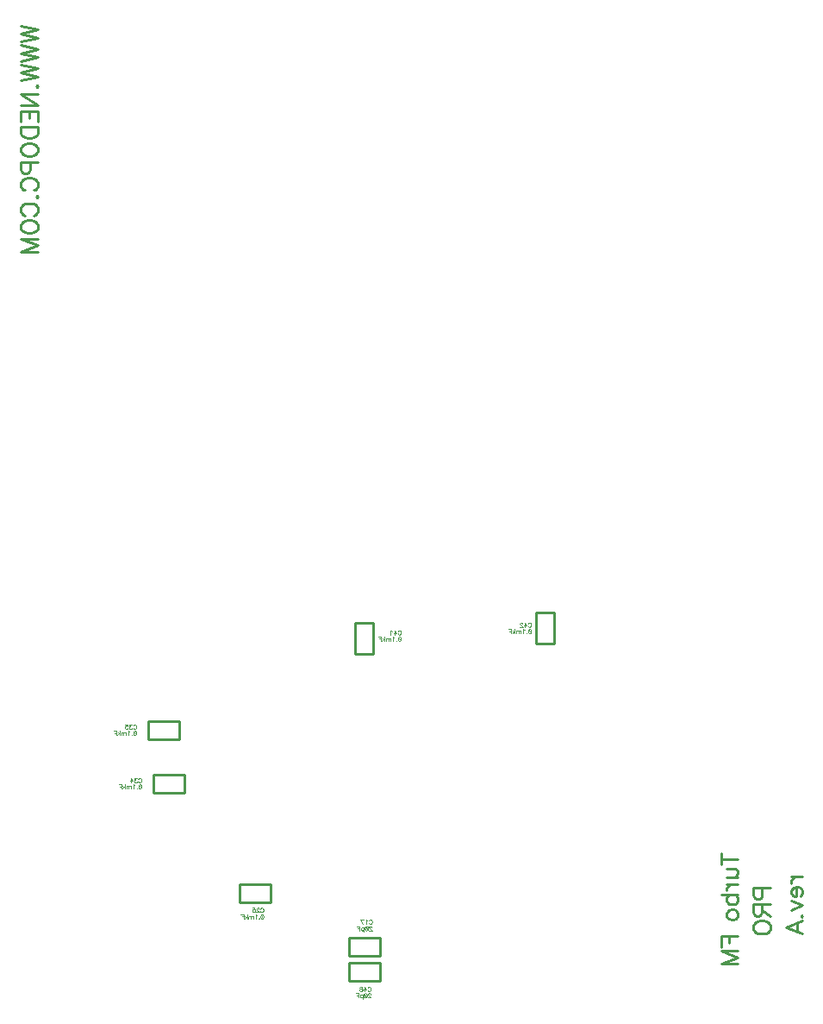
<source format=gbo>
G04*
G04  File:            TURBOFMPRO.GBO, Sat May 04 09:19:13 2019*
G04  Source:          P-CAD 2006 PCB, Version 19.02.958, (Z:\home\lvd\d\turbofmpro\pcad\TurboFMpro.pcb)*
G04  Format:          Gerber Format (RS-274-D), ASCII*
G04*
G04  Format Options:  Absolute Positioning*
G04                   Leading-Zero Suppression*
G04                   Scale Factor 1:1*
G04                   NO Circular Interpolation*
G04                   Millimeter Units*
G04                   Numeric Format: 4.4 (XXXX.XXXX)*
G04                   G54 NOT Used for Aperture Change*
G04                   Apertures Embedded*
G04*
G04  File Options:    Offset = (0.000mm,0.000mm)*
G04                   Drill Symbol Size = 2.032mm*
G04                   No Pad/Via Holes*
G04*
G04  File Contents:   Pads*
G04                   Vias*
G04                   Designators*
G04                   Types*
G04                   Values*
G04                   No Drill Symbols*
G04                   Bot Silk*
G04*
%INTURBOFMPRO.GBO*%
%ICAS*%
%MOMM*%
G04*
G04  Aperture MACROs for general use --- invoked via D-code assignment *
G04*
G04  General MACRO for flashed round with rotation and/or offset hole *
%AMROTOFFROUND*
1,1,$1,0.0000,0.0000*
1,0,$2,$3,$4*%
G04*
G04  General MACRO for flashed oval (obround) with rotation and/or offset hole *
%AMROTOFFOVAL*
21,1,$1,$2,0.0000,0.0000,$3*
1,1,$4,$5,$6*
1,1,$4,0-$5,0-$6*
1,0,$7,$8,$9*%
G04*
G04  General MACRO for flashed oval (obround) with rotation and no hole *
%AMROTOVALNOHOLE*
21,1,$1,$2,0.0000,0.0000,$3*
1,1,$4,$5,$6*
1,1,$4,0-$5,0-$6*%
G04*
G04  General MACRO for flashed rectangle with rotation and/or offset hole *
%AMROTOFFRECT*
21,1,$1,$2,0.0000,0.0000,$3*
1,0,$4,$5,$6*%
G04*
G04  General MACRO for flashed rectangle with rotation and no hole *
%AMROTRECTNOHOLE*
21,1,$1,$2,0.0000,0.0000,$3*%
G04*
G04  General MACRO for flashed rounded-rectangle *
%AMROUNDRECT*
21,1,$1,$2-$4,0.0000,0.0000,$3*
21,1,$1-$4,$2,0.0000,0.0000,$3*
1,1,$4,$5,$6*
1,1,$4,$7,$8*
1,1,$4,0-$5,0-$6*
1,1,$4,0-$7,0-$8*
1,0,$9,$10,$11*%
G04*
G04  General MACRO for flashed rounded-rectangle with rotation and no hole *
%AMROUNDRECTNOHOLE*
21,1,$1,$2-$4,0.0000,0.0000,$3*
21,1,$1-$4,$2,0.0000,0.0000,$3*
1,1,$4,$5,$6*
1,1,$4,$7,$8*
1,1,$4,0-$5,0-$6*
1,1,$4,0-$7,0-$8*%
G04*
G04  General MACRO for flashed regular polygon *
%AMREGPOLY*
5,1,$1,0.0000,0.0000,$2,$3+$4*
1,0,$5,$6,$7*%
G04*
G04  General MACRO for flashed regular polygon with no hole *
%AMREGPOLYNOHOLE*
5,1,$1,0.0000,0.0000,$2,$3+$4*%
G04*
G04  General MACRO for target *
%AMTARGET*
6,0,0,$1,$2,$3,4,$4,$5,$6*%
G04*
G04  General MACRO for mounting hole *
%AMMTHOLE*
1,1,$1,0,0*
1,0,$2,0,0*
$1=$1-$2*
$1=$1/2*
21,1,$2+$1,$3,0,0,$4*
21,1,$3,$2+$1,0,0,$4*%
G04*
G04*
G04  D10 : "Ellipse X0.254mm Y0.254mm H0.000mm 0.0deg (0.000mm,0.000mm) Draw"*
G04  Disc: OuterDia=0.2540*
%ADD10C, 0.2540*%
G04  D11 : "Ellipse X0.381mm Y0.381mm H0.000mm 0.0deg (0.000mm,0.000mm) Draw"*
G04  Disc: OuterDia=0.3810*
%ADD11C, 0.3810*%
G04  D12 : "Ellipse X0.500mm Y0.500mm H0.000mm 0.0deg (0.000mm,0.000mm) Draw"*
G04  Disc: OuterDia=0.5000*
%ADD12C, 0.5000*%
G04  D13 : "Ellipse X0.100mm Y0.100mm H0.000mm 0.0deg (0.000mm,0.000mm) Draw"*
G04  Disc: OuterDia=0.1000*
%ADD13C, 0.1000*%
G04  D14 : "Ellipse X1.000mm Y1.000mm H0.000mm 0.0deg (0.000mm,0.000mm) Draw"*
G04  Disc: OuterDia=1.0000*
%ADD14C, 1.0000*%
G04  D15 : "Ellipse X0.127mm Y0.127mm H0.000mm 0.0deg (0.000mm,0.000mm) Draw"*
G04  Disc: OuterDia=0.1270*
%ADD15C, 0.1270*%
G04  D16 : "Ellipse X0.150mm Y0.150mm H0.000mm 0.0deg (0.000mm,0.000mm) Draw"*
G04  Disc: OuterDia=0.1500*
%ADD16C, 0.1500*%
G04  D17 : "Ellipse X0.200mm Y0.200mm H0.000mm 0.0deg (0.000mm,0.000mm) Draw"*
G04  Disc: OuterDia=0.2000*
%ADD17C, 0.2000*%
G04  D18 : "Ellipse X0.250mm Y0.250mm H0.000mm 0.0deg (0.000mm,0.000mm) Draw"*
G04  Disc: OuterDia=0.2500*
%ADD18C, 0.2500*%
G04  D19 : "Ellipse X2.581mm Y2.581mm H0.000mm 0.0deg (0.000mm,0.000mm) Flash"*
G04  Disc: OuterDia=2.5810*
%ADD19C, 2.5810*%
G04  D20 : "Ellipse X2.800mm Y2.800mm H0.000mm 0.0deg (0.000mm,0.000mm) Flash"*
G04  Disc: OuterDia=2.8000*
%ADD20C, 2.8000*%
G04  D21 : "Ellipse X3.181mm Y3.181mm H0.000mm 0.0deg (0.000mm,0.000mm) Flash"*
G04  Disc: OuterDia=3.1810*
%ADD21C, 3.1810*%
G04  D22 : "Ellipse X1.500mm Y1.500mm H0.000mm 0.0deg (0.000mm,0.000mm) Flash"*
G04  Disc: OuterDia=1.5000*
%ADD22C, 1.5000*%
G04  D23 : "Ellipse X1.524mm Y1.524mm H0.000mm 0.0deg (0.000mm,0.000mm) Flash"*
G04  Disc: OuterDia=1.5240*
%ADD23C, 1.5240*%
G04  D24 : "Ellipse X1.600mm Y1.600mm H0.000mm 0.0deg (0.000mm,0.000mm) Flash"*
G04  Disc: OuterDia=1.6000*
%ADD24C, 1.6000*%
G04  D25 : "Ellipse X1.700mm Y1.700mm H0.000mm 0.0deg (0.000mm,0.000mm) Flash"*
G04  Disc: OuterDia=1.7000*
%ADD25C, 1.7000*%
G04  D26 : "Ellipse X1.750mm Y1.750mm H0.000mm 0.0deg (0.000mm,0.000mm) Flash"*
G04  Disc: OuterDia=1.7500*
%ADD26C, 1.7500*%
G04  D27 : "Ellipse X1.881mm Y1.881mm H0.000mm 0.0deg (0.000mm,0.000mm) Flash"*
G04  Disc: OuterDia=1.8810*
%ADD27C, 1.8810*%
G04  D28 : "Ellipse X1.905mm Y1.905mm H0.000mm 0.0deg (0.000mm,0.000mm) Flash"*
G04  Disc: OuterDia=1.9050*
%ADD28C, 1.9050*%
G04  D29 : "Ellipse X1.981mm Y1.981mm H0.000mm 0.0deg (0.000mm,0.000mm) Flash"*
G04  Disc: OuterDia=1.9810*
%ADD29C, 1.9810*%
G04  D30 : "Ellipse X2.081mm Y2.081mm H0.000mm 0.0deg (0.000mm,0.000mm) Flash"*
G04  Disc: OuterDia=2.0810*
%ADD30C, 2.0810*%
G04  D31 : "Ellipse X2.131mm Y2.131mm H0.000mm 0.0deg (0.000mm,0.000mm) Flash"*
G04  Disc: OuterDia=2.1310*
%ADD31C, 2.1310*%
G04  D32 : "Ellipse X2.200mm Y2.200mm H0.000mm 0.0deg (0.000mm,0.000mm) Flash"*
G04  Disc: OuterDia=2.2000*
%ADD32C, 2.2000*%
G04  D33 : "Rounded Rectangle X2.800mm Y7.000mm H0.000mm 0.0deg (0.000mm,0.000mm) Flash"*
G04  RoundRct: DimX=2.8000, DimY=7.0000, CornerRad=0.7000, Rotation=0.0, OffsetX=0.0000, OffsetY=0.0000, HoleDia=0.0000 *
%ADD33ROUNDRECTNOHOLE, 2.8000 X7.0000 X0.0 X1.4000 X-0.7000 X-2.8000 X-0.7000 X2.8000*%
G04  D34 : "Rounded Rectangle X3.000mm Y1.600mm H0.000mm 0.0deg (0.000mm,0.000mm) Flash"*
G04  RoundRct: DimX=3.0000, DimY=1.6000, CornerRad=0.4000, Rotation=0.0, OffsetX=0.0000, OffsetY=0.0000, HoleDia=0.0000 *
%ADD34ROUNDRECTNOHOLE, 3.0000 X1.6000 X0.0 X0.8000 X-1.1000 X-0.4000 X-1.1000 X0.4000*%
G04  D35 : "Rounded Rectangle X3.181mm Y7.381mm H0.000mm 0.0deg (0.000mm,0.000mm) Flash"*
G04  RoundRct: DimX=3.1810, DimY=7.3810, CornerRad=0.7953, Rotation=0.0, OffsetX=0.0000, OffsetY=0.0000, HoleDia=0.0000 *
%ADD35ROUNDRECTNOHOLE, 3.1810 X7.3810 X0.0 X1.5905 X-0.7953 X-2.8952 X-0.7953 X2.8952*%
G04  D36 : "Rounded Rectangle X3.381mm Y1.981mm H0.000mm 0.0deg (0.000mm,0.000mm) Flash"*
G04  RoundRct: DimX=3.3810, DimY=1.9810, CornerRad=0.4953, Rotation=0.0, OffsetX=0.0000, OffsetY=0.0000, HoleDia=0.0000 *
%ADD36ROUNDRECTNOHOLE, 3.3810 X1.9810 X0.0 X0.9905 X-1.1953 X-0.4953 X-1.1953 X0.4953*%
G04  D37 : "Rounded Rectangle X6.200mm Y5.800mm H0.000mm 0.0deg (0.000mm,0.000mm) Flash"*
G04  RoundRct: DimX=6.2000, DimY=5.8000, CornerRad=1.4500, Rotation=0.0, OffsetX=0.0000, OffsetY=0.0000, HoleDia=0.0000 *
%ADD37ROUNDRECTNOHOLE, 6.2000 X5.8000 X0.0 X2.9000 X-1.6500 X-1.4500 X-1.6500 X1.4500*%
G04  D38 : "Rounded Rectangle X6.581mm Y6.181mm H0.000mm 0.0deg (0.000mm,0.000mm) Flash"*
G04  RoundRct: DimX=6.5810, DimY=6.1810, CornerRad=1.5453, Rotation=0.0, OffsetX=0.0000, OffsetY=0.0000, HoleDia=0.0000 *
%ADD38ROUNDRECTNOHOLE, 6.5810 X6.1810 X0.0 X3.0905 X-1.7453 X-1.5453 X-1.7453 X1.5453*%
G04  D39 : "Rounded Rectangle X0.635mm Y1.270mm H0.000mm 0.0deg (0.000mm,0.000mm) Flash"*
G04  RoundRct: DimX=0.6350, DimY=1.2700, CornerRad=0.1588, Rotation=0.0, OffsetX=0.0000, OffsetY=0.0000, HoleDia=0.0000 *
%ADD39ROUNDRECTNOHOLE, 0.6350 X1.2700 X0.0 X0.3175 X-0.1588 X-0.4763 X-0.1588 X0.4763*%
G04  D40 : "Rounded Rectangle X1.500mm Y2.000mm H0.000mm 0.0deg (0.000mm,0.000mm) Flash"*
G04  RoundRct: DimX=1.5000, DimY=2.0000, CornerRad=0.3750, Rotation=0.0, OffsetX=0.0000, OffsetY=0.0000, HoleDia=0.0000 *
%ADD40ROUNDRECTNOHOLE, 1.5000 X2.0000 X0.0 X0.7500 X-0.3750 X-0.6250 X-0.3750 X0.6250*%
G04  D41 : "Rounded Rectangle X2.000mm Y1.500mm H0.000mm 0.0deg (0.000mm,0.000mm) Flash"*
G04  RoundRct: DimX=2.0000, DimY=1.5000, CornerRad=0.3750, Rotation=0.0, OffsetX=0.0000, OffsetY=0.0000, HoleDia=0.0000 *
%ADD41ROUNDRECTNOHOLE, 2.0000 X1.5000 X0.0 X0.7500 X-0.6250 X-0.3750 X-0.6250 X0.3750*%
G04  D42 : "Rounded Rectangle X1.600mm Y0.300mm H0.000mm 0.0deg (0.000mm,0.000mm) Flash"*
G04  RoundRct: DimX=1.6000, DimY=0.3000, CornerRad=0.0750, Rotation=0.0, OffsetX=0.0000, OffsetY=0.0000, HoleDia=0.0000 *
%ADD42ROUNDRECTNOHOLE, 1.6000 X0.3000 X0.0 X0.1500 X-0.7250 X-0.0750 X-0.7250 X0.0750*%
G04  D43 : "Rounded Rectangle X0.300mm Y1.600mm H0.000mm 0.0deg (0.000mm,0.000mm) Flash"*
G04  RoundRct: DimX=0.3000, DimY=1.6000, CornerRad=0.0750, Rotation=0.0, OffsetX=0.0000, OffsetY=0.0000, HoleDia=0.0000 *
%ADD43ROUNDRECTNOHOLE, 0.3000 X1.6000 X0.0 X0.1500 X-0.0750 X-0.7250 X-0.0750 X0.7250*%
G04  D44 : "Rounded Rectangle X1.016mm Y1.651mm H0.000mm 0.0deg (0.000mm,0.000mm) Flash"*
G04  RoundRct: DimX=1.0160, DimY=1.6510, CornerRad=0.2540, Rotation=0.0, OffsetX=0.0000, OffsetY=0.0000, HoleDia=0.0000 *
%ADD44ROUNDRECTNOHOLE, 1.0160 X1.6510 X0.0 X0.5080 X-0.2540 X-0.5715 X-0.2540 X0.5715*%
G04  D45 : "Rounded Rectangle X1.881mm Y2.381mm H0.000mm 0.0deg (0.000mm,0.000mm) Flash"*
G04  RoundRct: DimX=1.8810, DimY=2.3810, CornerRad=0.4703, Rotation=0.0, OffsetX=0.0000, OffsetY=0.0000, HoleDia=0.0000 *
%ADD45ROUNDRECTNOHOLE, 1.8810 X2.3810 X0.0 X0.9405 X-0.4703 X-0.7203 X-0.4703 X0.7203*%
G04  D46 : "Rounded Rectangle X2.381mm Y1.881mm H0.000mm 0.0deg (0.000mm,0.000mm) Flash"*
G04  RoundRct: DimX=2.3810, DimY=1.8810, CornerRad=0.4703, Rotation=0.0, OffsetX=0.0000, OffsetY=0.0000, HoleDia=0.0000 *
%ADD46ROUNDRECTNOHOLE, 2.3810 X1.8810 X0.0 X0.9405 X-0.7203 X-0.4703 X-0.7203 X0.4703*%
G04  D47 : "Rounded Rectangle X1.981mm Y0.681mm H0.000mm 0.0deg (0.000mm,0.000mm) Flash"*
G04  RoundRct: DimX=1.9810, DimY=0.6810, CornerRad=0.1703, Rotation=0.0, OffsetX=0.0000, OffsetY=0.0000, HoleDia=0.0000 *
%ADD47ROUNDRECTNOHOLE, 1.9810 X0.6810 X0.0 X0.3405 X-0.8203 X-0.1703 X-0.8203 X0.1703*%
G04  D48 : "Rounded Rectangle X0.681mm Y1.981mm H0.000mm 0.0deg (0.000mm,0.000mm) Flash"*
G04  RoundRct: DimX=0.6810, DimY=1.9810, CornerRad=0.1703, Rotation=0.0, OffsetX=0.0000, OffsetY=0.0000, HoleDia=0.0000 *
%ADD48ROUNDRECTNOHOLE, 0.6810 X1.9810 X0.0 X0.3405 X-0.1703 X-0.8203 X-0.1703 X0.8203*%
G04  D49 : "Rounded Rectangle X2.000mm Y2.000mm H0.000mm 0.0deg (0.000mm,0.000mm) Flash"*
G04  RoundRct: DimX=2.0000, DimY=2.0000, CornerRad=0.5000, Rotation=0.0, OffsetX=0.0000, OffsetY=0.0000, HoleDia=0.0000 *
%ADD49ROUNDRECTNOHOLE, 2.0000 X2.0000 X0.0 X1.0000 X-0.5000 X-0.5000 X-0.5000 X0.5000*%
G04  D50 : "Rounded Rectangle X2.032mm Y0.660mm H0.000mm 0.0deg (0.000mm,0.000mm) Flash"*
G04  RoundRct: DimX=2.0320, DimY=0.6604, CornerRad=0.1651, Rotation=0.0, OffsetX=0.0000, OffsetY=0.0000, HoleDia=0.0000 *
%ADD50ROUNDRECTNOHOLE, 2.0320 X0.6604 X0.0 X0.3302 X-0.8509 X-0.1651 X-0.8509 X0.1651*%
G04  D51 : "Rounded Rectangle X0.660mm Y2.032mm H0.000mm 0.0deg (0.000mm,0.000mm) Flash"*
G04  RoundRct: DimX=0.6604, DimY=2.0320, CornerRad=0.1651, Rotation=0.0, OffsetX=0.0000, OffsetY=0.0000, HoleDia=0.0000 *
%ADD51ROUNDRECTNOHOLE, 0.6604 X2.0320 X0.0 X0.3302 X-0.1651 X-0.8509 X-0.1651 X0.8509*%
G04  D52 : "Rounded Rectangle X2.381mm Y2.381mm H0.000mm 0.0deg (0.000mm,0.000mm) Flash"*
G04  RoundRct: DimX=2.3810, DimY=2.3810, CornerRad=0.5953, Rotation=0.0, OffsetX=0.0000, OffsetY=0.0000, HoleDia=0.0000 *
%ADD52ROUNDRECTNOHOLE, 2.3810 X2.3810 X0.0 X1.1905 X-0.5953 X-0.5953 X-0.5953 X0.5953*%
G04  D53 : "Rounded Rectangle X2.413mm Y1.041mm H0.000mm 0.0deg (0.000mm,0.000mm) Flash"*
G04  RoundRct: DimX=2.4130, DimY=1.0414, CornerRad=0.2604, Rotation=0.0, OffsetX=0.0000, OffsetY=0.0000, HoleDia=0.0000 *
%ADD53ROUNDRECTNOHOLE, 2.4130 X1.0414 X0.0 X0.5207 X-0.9462 X-0.2604 X-0.9462 X0.2604*%
G04  D54 : "Rounded Rectangle X1.041mm Y2.413mm H0.000mm 0.0deg (0.000mm,0.000mm) Flash"*
G04  RoundRct: DimX=1.0414, DimY=2.4130, CornerRad=0.2604, Rotation=0.0, OffsetX=0.0000, OffsetY=0.0000, HoleDia=0.0000 *
%ADD54ROUNDRECTNOHOLE, 1.0414 X2.4130 X0.0 X0.5207 X-0.2604 X-0.9462 X-0.2604 X0.9462*%
G04  D55 : "Rectangle X1.500mm Y1.500mm H0.000mm 0.0deg (0.000mm,0.000mm) Flash"*
G04  Square: Side=1.5000, Rotation=0.0, OffsetX=0.0000, OffsetY=0.0000, HoleDia=0.0000*
%ADD55R, 1.5000 X1.5000*%
G04  D56 : "Rectangle X1.524mm Y1.524mm H0.000mm 0.0deg (0.000mm,0.000mm) Flash"*
G04  Square: Side=1.5240, Rotation=0.0, OffsetX=0.0000, OffsetY=0.0000, HoleDia=0.0000*
%ADD56R, 1.5240 X1.5240*%
G04  D57 : "Rectangle X1.600mm Y1.600mm H0.000mm 0.0deg (0.000mm,0.000mm) Flash"*
G04  Square: Side=1.6000, Rotation=0.0, OffsetX=0.0000, OffsetY=0.0000, HoleDia=0.0000*
%ADD57R, 1.6000 X1.6000*%
G04  D58 : "Rectangle X1.700mm Y1.700mm H0.000mm 0.0deg (0.000mm,0.000mm) Flash"*
G04  Square: Side=1.7000, Rotation=0.0, OffsetX=0.0000, OffsetY=0.0000, HoleDia=0.0000*
%ADD58R, 1.7000 X1.7000*%
G04  D59 : "Rectangle X1.750mm Y1.750mm H0.000mm 0.0deg (0.000mm,0.000mm) Flash"*
G04  Square: Side=1.7500, Rotation=0.0, OffsetX=0.0000, OffsetY=0.0000, HoleDia=0.0000*
%ADD59R, 1.7500 X1.7500*%
G04  D60 : "Rectangle X1.881mm Y1.881mm H0.000mm 0.0deg (0.000mm,0.000mm) Flash"*
G04  Square: Side=1.8810, Rotation=0.0, OffsetX=0.0000, OffsetY=0.0000, HoleDia=0.0000*
%ADD60R, 1.8810 X1.8810*%
G04  D61 : "Rectangle X1.905mm Y1.905mm H0.000mm 0.0deg (0.000mm,0.000mm) Flash"*
G04  Square: Side=1.9050, Rotation=0.0, OffsetX=0.0000, OffsetY=0.0000, HoleDia=0.0000*
%ADD61R, 1.9050 X1.9050*%
G04  D62 : "Rectangle X1.981mm Y1.981mm H0.000mm 0.0deg (0.000mm,0.000mm) Flash"*
G04  Square: Side=1.9810, Rotation=0.0, OffsetX=0.0000, OffsetY=0.0000, HoleDia=0.0000*
%ADD62R, 1.9810 X1.9810*%
G04  D63 : "Rectangle X2.081mm Y2.081mm H0.000mm 0.0deg (0.000mm,0.000mm) Flash"*
G04  Square: Side=2.0810, Rotation=0.0, OffsetX=0.0000, OffsetY=0.0000, HoleDia=0.0000*
%ADD63R, 2.0810 X2.0810*%
G04  D64 : "Rectangle X2.131mm Y2.131mm H0.000mm 0.0deg (0.000mm,0.000mm) Flash"*
G04  Square: Side=2.1310, Rotation=0.0, OffsetX=0.0000, OffsetY=0.0000, HoleDia=0.0000*
%ADD64R, 2.1310 X2.1310*%
G04  D65 : "Ellipse X2.900mm Y2.900mm H0.000mm 0.0deg (0.000mm,0.000mm) Flash"*
G04  Disc: OuterDia=2.9000*
%ADD65C, 2.9000*%
G04  D66 : "Ellipse X3.281mm Y3.281mm H0.000mm 0.0deg (0.000mm,0.000mm) Flash"*
G04  Disc: OuterDia=3.2810*
%ADD66C, 3.2810*%
G04  D67 : "Ellipse X4.500mm Y4.500mm H0.000mm 0.0deg (0.000mm,0.000mm) Flash"*
G04  Disc: OuterDia=4.5000*
%ADD67C, 4.5000*%
G04  D68 : "Ellipse X4.881mm Y4.881mm H0.000mm 0.0deg (0.000mm,0.000mm) Flash"*
G04  Disc: OuterDia=4.8810*
%ADD68C, 4.8810*%
G04  D69 : "Ellipse X1.016mm Y1.016mm H0.000mm 0.0deg (0.000mm,0.000mm) Flash"*
G04  Disc: OuterDia=1.0160*
%ADD69C, 1.0160*%
G04  D70 : "Ellipse X1.397mm Y1.397mm H0.000mm 0.0deg (0.000mm,0.000mm) Flash"*
G04  Disc: OuterDia=1.3970*
%ADD70C, 1.3970*%
G04*
%FSLAX44Y44*%
%SFA1B1*%
%OFA0.000B0.000*%
G04*
G71*
G90*
G01*
D2*
%LNBot Silk*%
D10*
X2169984Y1686516*
X2186711Y1682533D1*
X2169984Y1678550*
X2186711Y1674568*
X2169984Y1670585*
Y1667399D2*
X2186711Y1663416D1*
X2169984Y1659433*
X2186711Y1655451*
X2169984Y1651468*
Y1648282D2*
X2186711Y1644299D1*
X2169984Y1640316*
X2186711Y1636333*
X2169984Y1632351*
X2185118Y1626775D2*
X2185915Y1627571D1*
X2186711Y1626775*
X2185915Y1625978*
X2185118Y1626775*
X2169984Y1608454D2*
X2186711D1*
X2169984Y1619606*
X2186711*
X2169984Y1591727D2*
Y1602082D1*
X2186711*
Y1591727*
X2177949Y1602082D2*
Y1595710D1*
X2169984Y1586948D2*
X2186711D1*
Y1581372*
X2185915Y1578982*
X2184322Y1577389*
X2182728Y1576593*
X2180339Y1575796*
X2176356*
X2173966Y1576593*
X2172373Y1577389*
X2170780Y1578982*
X2169984Y1581372*
Y1586948*
Y1566237D2*
X2170780Y1567831D1*
X2172373Y1569424*
X2173966Y1570220*
X2176356Y1571017*
X2180339*
X2182728Y1570220*
X2184322Y1569424*
X2185915Y1567831*
X2186711Y1566237*
Y1563051*
X2185915Y1561458*
X2184322Y1559865*
X2182728Y1559069*
X2180339Y1558272*
X2176356*
X2173966Y1559069*
X2172373Y1559865*
X2170780Y1561458*
X2169984Y1563051*
Y1566237*
X2178746Y1552696D2*
Y1545527D1*
X2177949Y1543138*
X2177153Y1542341*
X2175560Y1541545*
X2173170*
X2171577Y1542341*
X2170780Y1543138*
X2169984Y1545527*
Y1552696*
X2186711*
X2173966Y1524817D2*
X2172373Y1525614D1*
X2170780Y1527207*
X2169984Y1528800*
Y1531986*
X2170780Y1533579*
X2172373Y1535172*
X2173966Y1535969*
X2176356Y1536765*
X2180339*
X2182728Y1535969*
X2184322Y1535172*
X2185915Y1533579*
X2186711Y1531986*
Y1528800*
X2185915Y1527207*
X2184322Y1525614*
X2182728Y1524817*
X2185118Y1518445D2*
X2185915Y1519241D1*
X2186711Y1518445*
X2185915Y1517648*
X2185118Y1518445*
X2173966Y1500124D2*
X2172373Y1500921D1*
X2170780Y1502514*
X2169984Y1504107*
Y1507293*
X2170780Y1508886*
X2172373Y1510479*
X2173966Y1511276*
X2176356Y1512072*
X2180339*
X2182728Y1511276*
X2184322Y1510479*
X2185915Y1508886*
X2186711Y1507293*
Y1504107*
X2185915Y1502514*
X2184322Y1500921*
X2182728Y1500124*
X2169984Y1490566D2*
X2170780Y1492159D1*
X2172373Y1493752*
X2173966Y1494549*
X2176356Y1495345*
X2180339*
X2182728Y1494549*
X2184322Y1493752*
X2185915Y1492159*
X2186711Y1490566*
Y1487380*
X2185915Y1485787*
X2184322Y1484193*
X2182728Y1483397*
X2180339Y1482600*
X2176356*
X2173966Y1483397*
X2172373Y1484193*
X2170780Y1485787*
X2169984Y1487380*
Y1490566*
X2186711Y1464280D2*
X2169984D1*
X2186711Y1470652*
X2169984Y1477025*
X2186711*
X2857741Y868563D2*
X2874529D1*
X2857741Y874159D2*
Y862968D1*
X2863337Y858970D2*
X2871331D1*
X2873729Y858171*
X2874529Y856572*
Y854174*
X2873729Y852575*
X2871331Y850177*
X2863337D2*
X2874529D1*
X2863337Y843782D2*
X2874529D1*
X2868133D2*
X2865735Y842982D1*
X2864136Y841383*
X2863337Y839784*
Y837386*
X2857741Y833389D2*
X2874529D1*
X2865735D2*
X2864136Y831790D1*
X2863337Y830191*
Y827793*
X2864136Y826194*
X2865735Y824595*
X2868133Y823796*
X2869732*
X2872130Y824595*
X2873729Y826194*
X2874529Y827793*
Y830191*
X2873729Y831790*
X2872130Y833389*
X2863337Y815002D2*
X2864136Y816601D1*
X2865735Y818200*
X2868133Y819000*
X2869732*
X2872130Y818200*
X2873729Y816601*
X2874529Y815002*
Y812604*
X2873729Y811005*
X2872130Y809407*
X2869732Y808607*
X2868133*
X2865735Y809407*
X2864136Y811005*
X2863337Y812604*
Y815002*
X2857741Y782226D2*
Y792619D1*
X2874529*
X2865735D2*
Y786223D1*
X2874529Y765438D2*
X2857741D1*
X2874529Y771834*
X2857741Y778229*
X2874529*
X2898284Y840584D2*
Y833389D1*
X2897485Y830991*
X2896686Y830191*
X2895087Y829392*
X2892688*
X2891090Y830191*
X2890290Y830991*
X2889491Y833389*
Y840584*
X2906279*
X2897485Y823796D2*
Y816601D1*
X2896686Y814203*
X2895886Y813404*
X2894287Y812604*
X2892688*
X2891090Y813404*
X2890290Y814203*
X2889491Y816601*
Y823796*
X2906279*
X2897485Y818200D2*
X2906279Y812604D1*
X2889491Y803011D2*
X2890290Y804610D1*
X2891889Y806209*
X2893488Y807008*
X2895886Y807808*
X2899883*
X2902282Y807008*
X2903880Y806209*
X2905479Y804610*
X2906279Y803011*
Y799813*
X2905479Y798215*
X2903880Y796616*
X2902282Y795816*
X2899883Y795017*
X2895886*
X2893488Y795816*
X2891889Y796616*
X2890290Y798215*
X2889491Y799813*
Y803011*
X2926837Y850976D2*
X2938029D1*
X2931633D2*
X2929235Y850177D1*
X2927636Y848578*
X2926837Y846979*
Y844581*
X2931633Y841383D2*
Y831790D1*
X2930034*
X2928436Y832590*
X2927636Y833389*
X2926837Y834988*
Y837386*
X2927636Y838985*
X2929235Y840584*
X2931633Y841383*
X2933232*
X2935630Y840584*
X2937229Y838985*
X2938029Y837386*
Y834988*
X2937229Y833389*
X2935630Y831790*
X2926837Y827793D2*
X2938029Y822997D1*
X2926837Y818200*
X2936430Y812604D2*
X2937229Y813404D1*
X2938029Y812604*
X2937229Y811805*
X2936430Y812604*
X2938029Y795017D2*
X2921241Y801412D1*
X2938029Y807808*
X2932433Y805409D2*
Y797415D1*
D2*
D18*
X2384760Y826110*
Y843890D1*
X2415240D2*
Y826110D1*
X2384760Y843890D2*
X2415240D1*
Y826110D2*
X2384760D1*
D2*
D10*
D13*
X2405258Y819441*
X2405460Y819845D1*
X2405863Y820248*
X2406267Y820450*
X2407074*
X2407477Y820248*
X2407881Y819845*
X2408083Y819441*
X2408284Y818836*
Y817827*
X2408083Y817222*
X2407881Y816819*
X2407477Y816415*
X2407074Y816213*
X2406267*
X2405863Y816415*
X2405460Y816819*
X2405258Y817222*
X2403846Y819441D2*
Y819643D1*
X2403644Y820047*
X2403443Y820248*
X2403039Y820450*
X2402232*
X2401829Y820248*
X2401627Y820047*
X2401425Y819643*
Y819240*
X2401627Y818836*
X2402030Y818231*
X2404048Y816213*
X2401223*
X2397592Y820450D2*
X2399609D1*
X2399811Y818634*
X2399609Y818836*
X2399004Y819038*
X2398399*
X2397794Y818836*
X2397390Y818433*
X2397189Y817827*
Y817424*
X2397390Y816819*
X2397794Y816415*
X2398399Y816213*
X2399004*
X2399609Y816415*
X2399811Y816617*
X2400013Y817020*
X2407088Y814056D2*
X2407689Y813856D1*
X2408089Y813255*
X2408289Y812255*
Y811654*
X2408089Y810653*
X2407689Y810053*
X2407088Y809852*
X2406688*
X2406087Y810053*
X2405687Y810653*
X2405487Y811654*
Y812255*
X2405687Y813255*
X2406087Y813856*
X2406688Y814056*
X2407088*
X2405687Y813255D2*
X2408089Y810653D1*
X2403885Y810253D2*
X2404085Y810053D1*
X2403885Y809852*
X2403685Y810053*
X2403885Y810253*
X2401683Y813255D2*
X2401283Y813456D1*
X2400682Y814056*
Y809852*
X2398080Y812655D2*
Y809852D1*
Y811854D2*
X2397479Y812455D1*
X2397079Y812655*
X2396479*
X2396078Y812455*
X2395878Y811854*
Y809852*
Y811854D2*
X2395277Y812455D1*
X2394877Y812655*
X2394277*
X2393876Y812455*
X2393676Y811854*
Y809852*
X2392075Y814056D2*
Y809852D1*
X2390073Y812655D2*
X2392075Y810653D1*
X2391274Y811454D2*
X2389873Y809852D1*
X2386069Y814056D2*
X2388672D1*
Y809852*
Y812054D2*
X2387070D1*
D2*
D18*
X2330240Y951390*
Y933610D1*
X2299760D2*
Y951390D1*
X2330240Y933610D2*
X2299760D1*
Y951390D2*
X2330240D1*
D2*
D10*
D13*
X2285258Y946941*
X2285460Y947345D1*
X2285863Y947748*
X2286267Y947950*
X2287074*
X2287477Y947748*
X2287881Y947345*
X2288083Y946941*
X2288284Y946336*
Y945327*
X2288083Y944722*
X2287881Y944319*
X2287477Y943915*
X2287074Y943713*
X2286267*
X2285863Y943915*
X2285460Y944319*
X2285258Y944722*
X2283644Y947950D2*
X2281425D1*
X2282636Y946336*
X2282030*
X2281627Y946134*
X2281425Y945933*
X2281223Y945327*
Y944924*
X2281425Y944319*
X2281829Y943915*
X2282434Y943713*
X2283039*
X2283644Y943915*
X2283846Y944117*
X2284048Y944520*
X2277996Y943713D2*
Y947950D1*
X2280013Y945126*
X2276987*
X2287088Y941556D2*
X2287689Y941356D1*
X2288089Y940755*
X2288289Y939755*
Y939154*
X2288089Y938153*
X2287689Y937553*
X2287088Y937352*
X2286688*
X2286087Y937553*
X2285687Y938153*
X2285487Y939154*
Y939755*
X2285687Y940755*
X2286087Y941356*
X2286688Y941556*
X2287088*
X2285687Y940755D2*
X2288089Y938153D1*
X2283885Y937753D2*
X2284085Y937553D1*
X2283885Y937352*
X2283685Y937553*
X2283885Y937753*
X2281683Y940755D2*
X2281283Y940956D1*
X2280682Y941556*
Y937352*
X2278080Y940155D2*
Y937352D1*
Y939354D2*
X2277479Y939955D1*
X2277079Y940155*
X2276479*
X2276078Y939955*
X2275878Y939354*
Y937352*
Y939354D2*
X2275277Y939955D1*
X2274877Y940155*
X2274277*
X2273876Y939955*
X2273676Y939354*
Y937352*
X2272075Y941556D2*
Y937352D1*
X2270073Y940155D2*
X2272075Y938153D1*
X2271274Y938954D2*
X2269873Y937352D1*
X2266069Y941556D2*
X2268672D1*
Y937352*
Y939554D2*
X2267070D1*
D2*
D18*
X2492260Y773610*
Y791390D1*
X2522740D2*
Y773610D1*
X2492260Y791390D2*
X2522740D1*
Y773610D2*
X2492260D1*
D2*
D10*
D13*
X2511758Y807941*
X2511960Y808345D1*
X2512363Y808748*
X2512767Y808950*
X2513574*
X2513977Y808748*
X2514381Y808345*
X2514583Y807941*
X2514784Y807336*
Y806327*
X2514583Y805722*
X2514381Y805319*
X2513977Y804915*
X2513574Y804713*
X2512767*
X2512363Y804915*
X2511960Y805319*
X2511758Y805722*
X2509943Y808143D2*
X2509539Y808345D1*
X2508934Y808950*
Y804713*
X2505706D2*
X2503689Y808950D1*
X2506513*
X2514585Y801575D2*
Y801776D1*
X2514384Y802178*
X2514183Y802379*
X2513781Y802580*
X2512977*
X2512575Y802379*
X2512374Y802178*
X2512173Y801776*
Y801374*
X2512374Y800972*
X2512776Y800369*
X2514786Y798358*
X2511972*
X2509559Y802580D2*
X2510162Y802379D1*
X2510565Y801776*
X2510766Y800771*
Y800168*
X2510565Y799163*
X2510162Y798560*
X2509559Y798358*
X2509157*
X2508554Y798560*
X2508152Y799163*
X2507951Y800168*
Y800771*
X2508152Y801776*
X2508554Y802379*
X2509157Y802580*
X2509559*
X2508152Y801776D2*
X2510565Y799163D1*
X2506544Y801173D2*
Y796951D1*
Y800570D2*
X2506142Y800972D1*
X2505739Y801173*
X2505136*
X2504734Y800972*
X2504332Y800570*
X2504131Y799967*
Y799565*
X2504332Y798962*
X2504734Y798560*
X2505136Y798358*
X2505739*
X2506142Y798560*
X2506544Y798962*
X2500110Y802580D2*
X2502724D1*
Y798358*
Y800570D2*
X2501115D1*
D2*
D18*
X2676110Y1110240*
X2693890D1*
Y1079760D2*
X2676110D1*
X2693890Y1110240D2*
Y1079760D1*
X2676110D2*
Y1110240D1*
D2*
D10*
D13*
X2668258Y1099441*
X2668460Y1099845D1*
X2668863Y1100248*
X2669267Y1100450*
X2670074*
X2670477Y1100248*
X2670881Y1099845*
X2671083Y1099441*
X2671284Y1098836*
Y1097827*
X2671083Y1097222*
X2670881Y1096819*
X2670477Y1096415*
X2670074Y1096213*
X2669267*
X2668863Y1096415*
X2668460Y1096819*
X2668258Y1097222*
X2665030Y1096213D2*
Y1100450D1*
X2667048Y1097626*
X2664022*
X2662811Y1099441D2*
Y1099643D1*
X2662609Y1100047*
X2662408Y1100248*
X2662004Y1100450*
X2661197*
X2660794Y1100248*
X2660592Y1100047*
X2660390Y1099643*
Y1099240*
X2660592Y1098836*
X2660996Y1098231*
X2663013Y1096213*
X2660189*
X2670088Y1094056D2*
X2670689Y1093856D1*
X2671089Y1093255*
X2671289Y1092255*
Y1091654*
X2671089Y1090653*
X2670689Y1090053*
X2670088Y1089852*
X2669688*
X2669087Y1090053*
X2668687Y1090653*
X2668487Y1091654*
Y1092255*
X2668687Y1093255*
X2669087Y1093856*
X2669688Y1094056*
X2670088*
X2668687Y1093255D2*
X2671089Y1090653D1*
X2666885Y1090253D2*
X2667085Y1090053D1*
X2666885Y1089852*
X2666685Y1090053*
X2666885Y1090253*
X2664683Y1093255D2*
X2664283Y1093456D1*
X2663682Y1094056*
Y1089852*
X2661080Y1092655D2*
Y1089852D1*
Y1091854D2*
X2660479Y1092455D1*
X2660079Y1092655*
X2659479*
X2659078Y1092455*
X2658878Y1091854*
Y1089852*
Y1091854D2*
X2658277Y1092455D1*
X2657877Y1092655*
X2657277*
X2656876Y1092455*
X2656676Y1091854*
Y1089852*
X2655075Y1094056D2*
Y1089852D1*
X2653073Y1092655D2*
X2655075Y1090653D1*
X2654274Y1091454D2*
X2652873Y1089852D1*
X2649069Y1094056D2*
X2651672D1*
Y1089852*
Y1092054D2*
X2650070D1*
D2*
D18*
X2294760Y986110*
Y1003890D1*
X2325240D2*
Y986110D1*
X2294760Y1003890D2*
X2325240D1*
Y986110D2*
X2294760D1*
D2*
D10*
D13*
X2280258Y999441*
X2280460Y999845D1*
X2280863Y1000248*
X2281267Y1000450*
X2282074*
X2282477Y1000248*
X2282881Y999845*
X2283083Y999441*
X2283284Y998836*
Y997827*
X2283083Y997222*
X2282881Y996819*
X2282477Y996415*
X2282074Y996213*
X2281267*
X2280863Y996415*
X2280460Y996819*
X2280258Y997222*
X2278644Y1000450D2*
X2276425D1*
X2277636Y998836*
X2277030*
X2276627Y998634*
X2276425Y998433*
X2276223Y997827*
Y997424*
X2276425Y996819*
X2276829Y996415*
X2277434Y996213*
X2278039*
X2278644Y996415*
X2278846Y996617*
X2279048Y997020*
X2272592Y1000450D2*
X2274609D1*
X2274811Y998634*
X2274609Y998836*
X2274004Y999038*
X2273399*
X2272794Y998836*
X2272390Y998433*
X2272189Y997827*
Y997424*
X2272390Y996819*
X2272794Y996415*
X2273399Y996213*
X2274004*
X2274609Y996415*
X2274811Y996617*
X2275013Y997020*
X2282088Y994056D2*
X2282689Y993856D1*
X2283089Y993255*
X2283289Y992255*
Y991654*
X2283089Y990653*
X2282689Y990053*
X2282088Y989852*
X2281688*
X2281087Y990053*
X2280687Y990653*
X2280487Y991654*
Y992255*
X2280687Y993255*
X2281087Y993856*
X2281688Y994056*
X2282088*
X2280687Y993255D2*
X2283089Y990653D1*
X2278885Y990253D2*
X2279085Y990053D1*
X2278885Y989852*
X2278685Y990053*
X2278885Y990253*
X2276683Y993255D2*
X2276283Y993456D1*
X2275682Y994056*
Y989852*
X2273080Y992655D2*
Y989852D1*
Y991854D2*
X2272479Y992455D1*
X2272079Y992655*
X2271479*
X2271078Y992455*
X2270878Y991854*
Y989852*
Y991854D2*
X2270277Y992455D1*
X2269877Y992655*
X2269277*
X2268876Y992455*
X2268676Y991854*
Y989852*
X2267075Y994056D2*
Y989852D1*
X2265073Y992655D2*
X2267075Y990653D1*
X2266274Y991454D2*
X2264873Y989852D1*
X2261069Y994056D2*
X2263672D1*
Y989852*
Y992054D2*
X2262070D1*
D2*
D18*
X2492260Y748610*
Y766390D1*
X2522740D2*
Y748610D1*
X2492260Y766390D2*
X2522740D1*
Y748610D2*
X2492260D1*
D2*
D10*
D13*
X2513585Y735575*
Y735776D1*
X2513384Y736178*
X2513183Y736379*
X2512781Y736580*
X2511977*
X2511575Y736379*
X2511374Y736178*
X2511173Y735776*
Y735374*
X2511374Y734972*
X2511776Y734369*
X2513786Y732358*
X2510972*
X2508559Y736580D2*
X2509162Y736379D1*
X2509565Y735776*
X2509766Y734771*
Y734168*
X2509565Y733163*
X2509162Y732560*
X2508559Y732358*
X2508157*
X2507554Y732560*
X2507152Y733163*
X2506951Y734168*
Y734771*
X2507152Y735776*
X2507554Y736379*
X2508157Y736580*
X2508559*
X2507152Y735776D2*
X2509565Y733163D1*
X2505544Y735173D2*
Y730951D1*
Y734570D2*
X2505142Y734972D1*
X2504739Y735173*
X2504136*
X2503734Y734972*
X2503332Y734570*
X2503131Y733967*
Y733565*
X2503332Y732962*
X2503734Y732560*
X2504136Y732358*
X2504739*
X2505142Y732560*
X2505544Y732962*
X2499110Y736580D2*
X2501724D1*
Y732358*
Y734570D2*
X2500115D1*
X2510758Y741941D2*
X2510960Y742345D1*
X2511363Y742748*
X2511767Y742950*
X2512574*
X2512977Y742748*
X2513381Y742345*
X2513583Y741941*
X2513784Y741336*
Y740327*
X2513583Y739722*
X2513381Y739319*
X2512977Y738915*
X2512574Y738713*
X2511767*
X2511363Y738915*
X2510960Y739319*
X2510758Y739722*
X2507530Y738713D2*
Y742950D1*
X2509548Y740126*
X2506522*
X2504504Y742950D2*
X2505109Y742748D1*
X2505311Y742345*
Y741941*
X2505109Y741538*
X2504706Y741336*
X2503899Y741134*
X2503294Y740933*
X2502890Y740529*
X2502689Y740126*
Y739520*
X2502890Y739117*
X2503092Y738915*
X2503697Y738713*
X2504504*
X2505109Y738915*
X2505311Y739117*
X2505513Y739520*
Y740126*
X2505311Y740529*
X2504908Y740933*
X2504303Y741134*
X2503496Y741336*
X2503092Y741538*
X2502890Y741941*
Y742345*
X2503092Y742748*
X2503697Y742950*
X2504504*
D2*
D18*
X2498610Y1100240*
X2516390D1*
Y1069760D2*
X2498610D1*
X2516390Y1100240D2*
Y1069760D1*
X2498610D2*
Y1100240D1*
D2*
D10*
D13*
X2540258Y1091941*
X2540460Y1092345D1*
X2540863Y1092748*
X2541267Y1092950*
X2542074*
X2542477Y1092748*
X2542881Y1092345*
X2543083Y1091941*
X2543284Y1091336*
Y1090327*
X2543083Y1089722*
X2542881Y1089319*
X2542477Y1088915*
X2542074Y1088713*
X2541267*
X2540863Y1088915*
X2540460Y1089319*
X2540258Y1089722*
X2537030Y1088713D2*
Y1092950D1*
X2539048Y1090126*
X2536022*
X2534408Y1092143D2*
X2534004Y1092345D1*
X2533399Y1092950*
Y1088713*
X2542088Y1086556D2*
X2542689Y1086356D1*
X2543089Y1085755*
X2543289Y1084755*
Y1084154*
X2543089Y1083153*
X2542689Y1082553*
X2542088Y1082352*
X2541688*
X2541087Y1082553*
X2540687Y1083153*
X2540487Y1084154*
Y1084755*
X2540687Y1085755*
X2541087Y1086356*
X2541688Y1086556*
X2542088*
X2540687Y1085755D2*
X2543089Y1083153D1*
X2538885Y1082753D2*
X2539085Y1082553D1*
X2538885Y1082352*
X2538685Y1082553*
X2538885Y1082753*
X2536683Y1085755D2*
X2536283Y1085956D1*
X2535682Y1086556*
Y1082352*
X2533080Y1085155D2*
Y1082352D1*
Y1084354D2*
X2532479Y1084955D1*
X2532079Y1085155*
X2531479*
X2531078Y1084955*
X2530878Y1084354*
Y1082352*
Y1084354D2*
X2530277Y1084955D1*
X2529877Y1085155*
X2529277*
X2528876Y1084955*
X2528676Y1084354*
Y1082352*
X2527075Y1086556D2*
Y1082352D1*
X2525073Y1085155D2*
X2527075Y1083153D1*
X2526274Y1083954D2*
X2524873Y1082352D1*
X2521069Y1086556D2*
X2523672D1*
Y1082352*
Y1084554D2*
X2522070D1*
D02M02*

</source>
